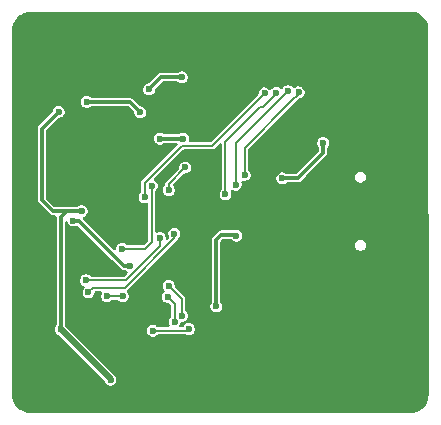
<source format=gbl>
G04 #@! TF.GenerationSoftware,KiCad,Pcbnew,9.0.1*
G04 #@! TF.CreationDate,2025-04-29T03:14:40+06:00*
G04 #@! TF.ProjectId,stm32f401,73746d33-3266-4343-9031-2e6b69636164,rev?*
G04 #@! TF.SameCoordinates,Original*
G04 #@! TF.FileFunction,Copper,L2,Bot*
G04 #@! TF.FilePolarity,Positive*
%FSLAX46Y46*%
G04 Gerber Fmt 4.6, Leading zero omitted, Abs format (unit mm)*
G04 Created by KiCad (PCBNEW 9.0.1) date 2025-04-29 03:14:40*
%MOMM*%
%LPD*%
G01*
G04 APERTURE LIST*
G04 #@! TA.AperFunction,HeatsinkPad*
%ADD10O,1.800000X1.000000*%
G04 #@! TD*
G04 #@! TA.AperFunction,HeatsinkPad*
%ADD11O,2.100000X1.000000*%
G04 #@! TD*
G04 #@! TA.AperFunction,ComponentPad*
%ADD12C,0.800000*%
G04 #@! TD*
G04 #@! TA.AperFunction,ComponentPad*
%ADD13C,5.000000*%
G04 #@! TD*
G04 #@! TA.AperFunction,ViaPad*
%ADD14C,0.600000*%
G04 #@! TD*
G04 #@! TA.AperFunction,Conductor*
%ADD15C,0.300000*%
G04 #@! TD*
G04 #@! TA.AperFunction,Conductor*
%ADD16C,0.200000*%
G04 #@! TD*
G04 #@! TA.AperFunction,Conductor*
%ADD17C,0.500000*%
G04 #@! TD*
G04 APERTURE END LIST*
D10*
G04 #@! TO.P,J1,S1,SHIELD*
G04 #@! TO.N,GND*
X73645000Y-63050000D03*
D11*
X69465000Y-63050000D03*
D10*
X73645000Y-71690000D03*
D11*
X69465000Y-71690000D03*
G04 #@! TD*
D12*
G04 #@! TO.P,H4,1,1*
G04 #@! TO.N,GND*
X43340000Y-79615000D03*
X44665825Y-80164175D03*
X42014175Y-80164175D03*
X45215000Y-81490000D03*
D13*
X43340000Y-81490000D03*
D12*
X41465000Y-81490000D03*
X44665825Y-82815825D03*
X42014175Y-82815825D03*
X43340000Y-83365000D03*
G04 #@! TD*
G04 #@! TO.P,H3,1,1*
G04 #@! TO.N,GND*
X72820000Y-83285000D03*
X71494175Y-82735825D03*
X74145825Y-82735825D03*
X70945000Y-81410000D03*
D13*
X72820000Y-81410000D03*
D12*
X74695000Y-81410000D03*
X71494175Y-80084175D03*
X74145825Y-80084175D03*
X72820000Y-79535000D03*
G04 #@! TD*
G04 #@! TO.P,H2,1,1*
G04 #@! TO.N,GND*
X43410000Y-55295000D03*
X42084175Y-54745825D03*
X44735825Y-54745825D03*
X41535000Y-53420000D03*
D13*
X43410000Y-53420000D03*
D12*
X45285000Y-53420000D03*
X42084175Y-52094175D03*
X44735825Y-52094175D03*
X43410000Y-51545000D03*
G04 #@! TD*
G04 #@! TO.P,H1,1,1*
G04 #@! TO.N,GND*
X74635000Y-53470000D03*
X74085825Y-54795825D03*
X74085825Y-52144175D03*
X72760000Y-55345000D03*
D13*
X72760000Y-53470000D03*
D12*
X72760000Y-51595000D03*
X71434175Y-54795825D03*
X71434175Y-52144175D03*
X70885000Y-53470000D03*
G04 #@! TD*
D14*
G04 #@! TO.N,GND*
X66580000Y-82300000D03*
X65670000Y-82940000D03*
X64430000Y-83400000D03*
X52330000Y-73420000D03*
X65830000Y-57470000D03*
G04 #@! TO.N,+3V3*
X63370000Y-64590000D03*
X66820000Y-61580000D03*
G04 #@! TO.N,GND*
X67820000Y-70580000D03*
G04 #@! TO.N,T3C1*
X64750000Y-57310000D03*
X60180000Y-64310000D03*
G04 #@! TO.N,T3C2*
X63830000Y-57210000D03*
X59430000Y-65130000D03*
G04 #@! TO.N,T3C3*
X62850000Y-57340000D03*
X58550000Y-65940000D03*
G04 #@! TO.N,T3C4*
X61860000Y-57400000D03*
X51705332Y-66180553D03*
G04 #@! TO.N,+3V3*
X46810000Y-58120000D03*
X51330000Y-59000000D03*
X44430000Y-58970000D03*
X46380000Y-67370000D03*
G04 #@! TO.N,NRST*
X49860000Y-74580000D03*
X48530000Y-74560000D03*
G04 #@! TO.N,GND*
X47650000Y-74950000D03*
G04 #@! TO.N,+3V3*
X44600000Y-77390000D03*
X48820000Y-81640000D03*
G04 #@! TO.N,SWDIO*
X54214265Y-69264265D03*
X46950000Y-74230000D03*
G04 #@! TO.N,SWCLK*
X53000000Y-69630000D03*
X46750000Y-73220000D03*
G04 #@! TO.N,GND*
X43600000Y-72070000D03*
G04 #@! TO.N,NRST*
X52310000Y-65220000D03*
X49810000Y-70540000D03*
G04 #@! TO.N,SWO*
X55140000Y-63670000D03*
X53760000Y-65590000D03*
G04 #@! TO.N,UART2_RX*
X45679235Y-68169254D03*
X50450000Y-72020000D03*
G04 #@! TO.N,I2C1_SDA*
X53000000Y-61230000D03*
X54960000Y-61230000D03*
G04 #@! TO.N,+3V3*
X59470000Y-69450000D03*
X57770000Y-75440000D03*
G04 #@! TO.N,GND*
X49190000Y-58890000D03*
X53490000Y-56960000D03*
X53060000Y-57410000D03*
X65680000Y-62520000D03*
X65415000Y-68385000D03*
X61520000Y-74130000D03*
X62560000Y-71220000D03*
X61040000Y-72820000D03*
X54670000Y-82580000D03*
X53690000Y-82560000D03*
G04 #@! TO.N,INT1*
X55460000Y-77350000D03*
X52400000Y-77490000D03*
G04 #@! TO.N,CS*
X53755735Y-73705735D03*
X54860000Y-76230000D03*
G04 #@! TO.N,SCLK*
X53680000Y-74630000D03*
X54240000Y-76735568D03*
G04 #@! TO.N,GND*
X47900000Y-65420000D03*
X44150000Y-65800000D03*
X46750000Y-60430000D03*
G04 #@! TO.N,I2C1_SCL*
X54860000Y-56040000D03*
X52080000Y-57050000D03*
G04 #@! TD*
D15*
G04 #@! TO.N,+3V3*
X66820000Y-61580000D02*
X66820000Y-62440000D01*
X66820000Y-62440000D02*
X64670000Y-64590000D01*
X64670000Y-64590000D02*
X63370000Y-64590000D01*
D16*
G04 #@! TO.N,T3C1*
X60180000Y-64310000D02*
X60180000Y-62000000D01*
X60180000Y-62000000D02*
X64120000Y-58060000D01*
X64120000Y-58060000D02*
X64750000Y-57430000D01*
X64750000Y-57430000D02*
X64750000Y-57310000D01*
G04 #@! TO.N,T3C2*
X61860000Y-59180000D02*
X63830000Y-57210000D01*
X59430000Y-61610000D02*
X61860000Y-59180000D01*
X59430000Y-65130000D02*
X59430000Y-61610000D01*
G04 #@! TO.N,T3C3*
X62850000Y-57340000D02*
X62850000Y-57490000D01*
X62850000Y-57490000D02*
X61770000Y-58570000D01*
X61770000Y-58570000D02*
X61490000Y-58570000D01*
X61490000Y-58570000D02*
X58550000Y-61510000D01*
X58550000Y-61510000D02*
X58550000Y-65940000D01*
G04 #@! TO.N,T3C4*
X57429000Y-61831000D02*
X61860000Y-57400000D01*
X51705332Y-66180553D02*
X51705332Y-64974725D01*
X51705332Y-64974725D02*
X54849057Y-61831000D01*
X54849057Y-61831000D02*
X57429000Y-61831000D01*
D15*
G04 #@! TO.N,+3V3*
X50450000Y-58120000D02*
X46810000Y-58120000D01*
X51330000Y-59000000D02*
X50450000Y-58120000D01*
X44430000Y-58970000D02*
X43000000Y-60400000D01*
X43000000Y-60400000D02*
X43000000Y-66410000D01*
X43000000Y-66410000D02*
X43960000Y-67370000D01*
X43960000Y-67370000D02*
X46380000Y-67370000D01*
X46380000Y-67370000D02*
X45100000Y-67370000D01*
X45100000Y-67370000D02*
X44600000Y-67870000D01*
X44600000Y-67870000D02*
X44600000Y-77390000D01*
D16*
G04 #@! TO.N,NRST*
X49840000Y-74560000D02*
X49860000Y-74580000D01*
X48530000Y-74560000D02*
X49840000Y-74560000D01*
D17*
G04 #@! TO.N,+3V3*
X48820000Y-81610000D02*
X44600000Y-77390000D01*
D15*
X48820000Y-81640000D02*
X48820000Y-81610000D01*
D16*
G04 #@! TO.N,SWDIO*
X54214265Y-69672778D02*
X54214265Y-69264265D01*
X50047043Y-73840000D02*
X54214265Y-69672778D01*
X47340000Y-73840000D02*
X50047043Y-73840000D01*
X46950000Y-74230000D02*
X47340000Y-73840000D01*
G04 #@! TO.N,SWCLK*
X46750000Y-73220000D02*
X50099943Y-73220000D01*
X50099943Y-73220000D02*
X53000000Y-70319943D01*
X53000000Y-70319943D02*
X53000000Y-69630000D01*
G04 #@! TO.N,NRST*
X52310000Y-65220000D02*
X52310000Y-70010000D01*
X52310000Y-70010000D02*
X51780000Y-70540000D01*
X51780000Y-70540000D02*
X49810000Y-70540000D01*
G04 #@! TO.N,SWO*
X53760000Y-65050000D02*
X53760000Y-65590000D01*
X53760000Y-65050000D02*
X55140000Y-63670000D01*
D15*
G04 #@! TO.N,UART2_RX*
X48280000Y-70330000D02*
X49970000Y-72020000D01*
X45679235Y-68169254D02*
X46119254Y-68169254D01*
X49970000Y-72020000D02*
X50450000Y-72020000D01*
X46119254Y-68169254D02*
X48280000Y-70330000D01*
G04 #@! TO.N,I2C1_SDA*
X54960000Y-61230000D02*
X53000000Y-61230000D01*
G04 #@! TO.N,+3V3*
X58190000Y-69360000D02*
X57880000Y-69670000D01*
X59470000Y-69450000D02*
X59380000Y-69360000D01*
X59380000Y-69360000D02*
X58440000Y-69360000D01*
X58440000Y-69360000D02*
X58190000Y-69360000D01*
X57880000Y-69670000D02*
X57770000Y-69780000D01*
X57770000Y-69780000D02*
X57770000Y-75440000D01*
D16*
G04 #@! TO.N,INT1*
X55320000Y-77490000D02*
X55460000Y-77350000D01*
X52400000Y-77490000D02*
X55320000Y-77490000D01*
G04 #@! TO.N,SCLK*
X54240000Y-76735568D02*
X54250000Y-76725568D01*
X54250000Y-75200000D02*
X53680000Y-74630000D01*
X54250000Y-76725568D02*
X54250000Y-75200000D01*
G04 #@! TO.N,CS*
X54860000Y-76230000D02*
X54860000Y-74810000D01*
X54860000Y-74810000D02*
X53755735Y-73705735D01*
D15*
G04 #@! TO.N,I2C1_SCL*
X54980000Y-56040000D02*
X53090000Y-56040000D01*
X53090000Y-56040000D02*
X52080000Y-57050000D01*
G04 #@! TD*
G04 #@! TA.AperFunction,Conductor*
G04 #@! TO.N,GND*
G36*
X74161829Y-50483693D02*
G01*
X74161835Y-50483654D01*
X74169891Y-50484713D01*
X74169897Y-50484715D01*
X74231363Y-50484714D01*
X74240208Y-50485029D01*
X74440350Y-50499342D01*
X74457853Y-50501859D01*
X74649585Y-50543567D01*
X74666550Y-50548548D01*
X74850407Y-50617123D01*
X74866479Y-50624463D01*
X75038706Y-50718505D01*
X75053575Y-50728061D01*
X75210654Y-50845648D01*
X75224025Y-50857234D01*
X75362765Y-50995974D01*
X75374351Y-51009345D01*
X75491933Y-51166417D01*
X75501496Y-51181297D01*
X75510122Y-51197095D01*
X75595531Y-51353509D01*
X75602879Y-51369599D01*
X75608769Y-51385390D01*
X75671449Y-51553444D01*
X75676433Y-51570419D01*
X75718139Y-51762141D01*
X75720657Y-51779654D01*
X75734969Y-51979790D01*
X75735285Y-51988592D01*
X75735285Y-51991188D01*
X75735285Y-52050103D01*
X75735306Y-52050183D01*
X75735309Y-52058290D01*
X75735309Y-52058293D01*
X75745282Y-82965971D01*
X75744966Y-82974857D01*
X75730655Y-83174955D01*
X75728137Y-83192467D01*
X75686430Y-83384189D01*
X75681446Y-83401164D01*
X75612879Y-83585000D01*
X75605529Y-83601095D01*
X75511494Y-83773304D01*
X75501929Y-83788186D01*
X75384347Y-83945257D01*
X75372761Y-83958629D01*
X75234017Y-84097372D01*
X75220646Y-84108957D01*
X75063575Y-84226538D01*
X75048696Y-84236100D01*
X74895521Y-84319740D01*
X74876489Y-84330132D01*
X74860396Y-84337481D01*
X74676552Y-84406050D01*
X74659577Y-84411034D01*
X74467858Y-84452739D01*
X74450345Y-84455257D01*
X74250018Y-84469583D01*
X74241133Y-84469899D01*
X42074003Y-84459523D01*
X42073638Y-84459500D01*
X42065892Y-84459500D01*
X42004428Y-84459500D01*
X41995582Y-84459184D01*
X41973622Y-84457613D01*
X41795442Y-84444869D01*
X41777931Y-84442351D01*
X41586212Y-84400646D01*
X41569236Y-84395662D01*
X41385390Y-84327090D01*
X41369298Y-84319740D01*
X41197095Y-84225711D01*
X41182210Y-84216146D01*
X41025132Y-84098558D01*
X41011762Y-84086972D01*
X40873027Y-83948237D01*
X40861441Y-83934867D01*
X40743849Y-83777784D01*
X40734288Y-83762904D01*
X40640259Y-83590701D01*
X40632909Y-83574609D01*
X40564334Y-83390755D01*
X40559355Y-83373797D01*
X40517647Y-83182063D01*
X40515130Y-83164556D01*
X40500816Y-82964418D01*
X40500500Y-82955572D01*
X40500500Y-60353856D01*
X42649500Y-60353856D01*
X42649500Y-66456144D01*
X42663172Y-66507167D01*
X42663171Y-66507167D01*
X42663172Y-66507169D01*
X42673384Y-66545284D01*
X42673385Y-66545286D01*
X42719527Y-66625208D01*
X42719529Y-66625211D01*
X42719530Y-66625212D01*
X43744788Y-67650470D01*
X43824712Y-67696614D01*
X43913856Y-67720500D01*
X44125500Y-67720500D01*
X44192539Y-67740185D01*
X44238294Y-67792989D01*
X44249500Y-67844500D01*
X44249500Y-76981324D01*
X44229815Y-77048363D01*
X44213181Y-77069005D01*
X44199502Y-77082683D01*
X44199500Y-77082686D01*
X44133608Y-77196812D01*
X44099500Y-77324108D01*
X44099500Y-77455891D01*
X44133608Y-77583187D01*
X44166554Y-77640250D01*
X44199500Y-77697314D01*
X44292686Y-77790500D01*
X44406814Y-77856392D01*
X44406816Y-77856392D01*
X44414326Y-77859504D01*
X44413771Y-77860841D01*
X44461010Y-77888113D01*
X48310906Y-81738009D01*
X48342999Y-81793595D01*
X48353607Y-81833185D01*
X48381456Y-81881421D01*
X48419500Y-81947314D01*
X48512686Y-82040500D01*
X48626814Y-82106392D01*
X48754108Y-82140500D01*
X48754110Y-82140500D01*
X48885890Y-82140500D01*
X48885892Y-82140500D01*
X49013186Y-82106392D01*
X49127314Y-82040500D01*
X49220500Y-81947314D01*
X49286392Y-81833186D01*
X49320500Y-81705892D01*
X49320500Y-81574108D01*
X49286392Y-81446814D01*
X49220500Y-81332686D01*
X49127314Y-81239500D01*
X49045127Y-81192049D01*
X49019446Y-81172343D01*
X45271211Y-77424108D01*
X51899500Y-77424108D01*
X51899500Y-77555891D01*
X51933608Y-77683187D01*
X51941766Y-77697316D01*
X51999500Y-77797314D01*
X52092686Y-77890500D01*
X52206814Y-77956392D01*
X52334108Y-77990500D01*
X52334110Y-77990500D01*
X52465890Y-77990500D01*
X52465892Y-77990500D01*
X52593186Y-77956392D01*
X52707314Y-77890500D01*
X52770995Y-77826819D01*
X52832318Y-77793334D01*
X52858676Y-77790500D01*
X55188742Y-77790500D01*
X55250744Y-77807114D01*
X55266811Y-77816391D01*
X55266813Y-77816391D01*
X55266814Y-77816392D01*
X55394108Y-77850500D01*
X55394110Y-77850500D01*
X55525890Y-77850500D01*
X55525892Y-77850500D01*
X55653186Y-77816392D01*
X55767314Y-77750500D01*
X55860500Y-77657314D01*
X55926392Y-77543186D01*
X55960500Y-77415892D01*
X55960500Y-77284108D01*
X55926392Y-77156814D01*
X55924294Y-77153181D01*
X55909468Y-77127501D01*
X55860500Y-77042686D01*
X55767314Y-76949500D01*
X55710250Y-76916554D01*
X55653187Y-76883608D01*
X55589539Y-76866554D01*
X55525892Y-76849500D01*
X55394108Y-76849500D01*
X55266812Y-76883608D01*
X55152686Y-76949500D01*
X55152683Y-76949502D01*
X55059502Y-77042683D01*
X55059500Y-77042686D01*
X55042923Y-77071399D01*
X55010532Y-77127501D01*
X55001844Y-77135784D01*
X54996858Y-77146703D01*
X54977027Y-77159447D01*
X54959965Y-77175716D01*
X54946708Y-77178931D01*
X54938080Y-77184477D01*
X54903145Y-77189500D01*
X54770624Y-77189500D01*
X54703585Y-77169815D01*
X54657830Y-77117011D01*
X54647886Y-77047853D01*
X54663235Y-77003502D01*
X54706392Y-76928754D01*
X54734887Y-76822406D01*
X54771252Y-76762746D01*
X54834099Y-76732217D01*
X54854662Y-76730500D01*
X54925890Y-76730500D01*
X54925892Y-76730500D01*
X55053186Y-76696392D01*
X55167314Y-76630500D01*
X55260500Y-76537314D01*
X55326392Y-76423186D01*
X55360500Y-76295892D01*
X55360500Y-76164108D01*
X55326392Y-76036814D01*
X55260500Y-75922686D01*
X55196818Y-75859004D01*
X55163334Y-75797680D01*
X55160500Y-75771323D01*
X55160500Y-75374108D01*
X57269500Y-75374108D01*
X57269500Y-75505891D01*
X57303608Y-75633187D01*
X57336554Y-75690250D01*
X57369500Y-75747314D01*
X57462686Y-75840500D01*
X57576814Y-75906392D01*
X57704108Y-75940500D01*
X57704110Y-75940500D01*
X57835890Y-75940500D01*
X57835892Y-75940500D01*
X57963186Y-75906392D01*
X58077314Y-75840500D01*
X58170500Y-75747314D01*
X58236392Y-75633186D01*
X58270500Y-75505892D01*
X58270500Y-75374108D01*
X58236392Y-75246814D01*
X58170500Y-75132686D01*
X58156819Y-75119005D01*
X58123334Y-75057682D01*
X58120500Y-75031324D01*
X58120500Y-70197399D01*
X69489500Y-70197399D01*
X69489500Y-70322601D01*
X69521905Y-70443536D01*
X69584505Y-70551964D01*
X69673036Y-70640495D01*
X69781464Y-70703095D01*
X69902399Y-70735500D01*
X69902401Y-70735500D01*
X70027599Y-70735500D01*
X70027601Y-70735500D01*
X70148536Y-70703095D01*
X70256964Y-70640495D01*
X70345495Y-70551964D01*
X70408095Y-70443536D01*
X70440500Y-70322601D01*
X70440500Y-70197399D01*
X70408095Y-70076464D01*
X70345495Y-69968036D01*
X70256964Y-69879505D01*
X70148536Y-69816905D01*
X70148537Y-69816905D01*
X70108224Y-69806103D01*
X70027601Y-69784500D01*
X69902399Y-69784500D01*
X69821775Y-69806103D01*
X69781463Y-69816905D01*
X69673037Y-69879504D01*
X69673034Y-69879506D01*
X69584506Y-69968034D01*
X69584504Y-69968037D01*
X69521905Y-70076463D01*
X69521905Y-70076464D01*
X69489500Y-70197399D01*
X58120500Y-70197399D01*
X58120500Y-69976544D01*
X58140185Y-69909505D01*
X58156819Y-69888863D01*
X58298863Y-69746819D01*
X58360186Y-69713334D01*
X58386544Y-69710500D01*
X58393856Y-69710500D01*
X58972429Y-69710500D01*
X59039468Y-69730185D01*
X59063253Y-69752066D01*
X59063753Y-69751567D01*
X59069499Y-69757313D01*
X59069500Y-69757314D01*
X59162686Y-69850500D01*
X59276814Y-69916392D01*
X59404108Y-69950500D01*
X59404110Y-69950500D01*
X59535890Y-69950500D01*
X59535892Y-69950500D01*
X59663186Y-69916392D01*
X59777314Y-69850500D01*
X59870500Y-69757314D01*
X59936392Y-69643186D01*
X59970500Y-69515892D01*
X59970500Y-69384108D01*
X59936392Y-69256814D01*
X59870500Y-69142686D01*
X59777314Y-69049500D01*
X59708032Y-69009500D01*
X59663187Y-68983608D01*
X59599539Y-68966554D01*
X59535892Y-68949500D01*
X59404108Y-68949500D01*
X59276811Y-68983608D01*
X59260744Y-68992886D01*
X59198742Y-69009500D01*
X58143856Y-69009500D01*
X58054712Y-69033386D01*
X58054709Y-69033387D01*
X57974791Y-69079527D01*
X57974786Y-69079531D01*
X57489531Y-69564786D01*
X57489529Y-69564789D01*
X57460677Y-69614764D01*
X57460675Y-69614767D01*
X57443386Y-69644709D01*
X57419500Y-69733856D01*
X57419500Y-75031324D01*
X57399815Y-75098363D01*
X57383181Y-75119005D01*
X57369502Y-75132683D01*
X57369500Y-75132686D01*
X57303608Y-75246812D01*
X57269500Y-75374108D01*
X55160500Y-75374108D01*
X55160500Y-74770438D01*
X55155877Y-74753187D01*
X55155876Y-74753182D01*
X55152527Y-74740683D01*
X55140022Y-74694012D01*
X55100460Y-74625489D01*
X54292554Y-73817583D01*
X54259069Y-73756260D01*
X54256235Y-73729902D01*
X54256235Y-73639845D01*
X54256235Y-73639843D01*
X54222127Y-73512549D01*
X54156235Y-73398421D01*
X54063049Y-73305235D01*
X54005985Y-73272289D01*
X53948922Y-73239343D01*
X53885274Y-73222289D01*
X53821627Y-73205235D01*
X53689843Y-73205235D01*
X53562547Y-73239343D01*
X53448421Y-73305235D01*
X53448418Y-73305237D01*
X53355237Y-73398418D01*
X53355235Y-73398421D01*
X53289343Y-73512547D01*
X53276634Y-73559979D01*
X53255235Y-73639843D01*
X53255235Y-73771627D01*
X53267549Y-73817583D01*
X53289343Y-73898922D01*
X53322289Y-73955985D01*
X53355235Y-74013049D01*
X53355237Y-74013051D01*
X53385304Y-74043118D01*
X53418789Y-74104441D01*
X53413805Y-74174133D01*
X53377678Y-74222998D01*
X53378433Y-74223753D01*
X53373399Y-74228786D01*
X53373116Y-74229170D01*
X53372686Y-74229499D01*
X53279502Y-74322683D01*
X53279500Y-74322686D01*
X53213608Y-74436812D01*
X53179500Y-74564108D01*
X53179500Y-74695892D01*
X53188773Y-74730499D01*
X53213608Y-74823187D01*
X53246516Y-74880185D01*
X53279500Y-74937314D01*
X53372686Y-75030500D01*
X53486814Y-75096392D01*
X53614108Y-75130500D01*
X53614110Y-75130500D01*
X53704167Y-75130500D01*
X53733607Y-75139144D01*
X53763594Y-75145668D01*
X53768609Y-75149422D01*
X53771206Y-75150185D01*
X53791848Y-75166819D01*
X53913181Y-75288152D01*
X53946666Y-75349475D01*
X53949500Y-75375833D01*
X53949500Y-76266891D01*
X53929815Y-76333930D01*
X53913182Y-76354572D01*
X53839500Y-76428254D01*
X53773608Y-76542380D01*
X53749998Y-76630497D01*
X53739500Y-76669676D01*
X53739500Y-76801460D01*
X53773608Y-76928754D01*
X53816763Y-77003501D01*
X53833236Y-77071399D01*
X53810384Y-77137426D01*
X53755463Y-77180617D01*
X53709376Y-77189500D01*
X52858676Y-77189500D01*
X52791637Y-77169815D01*
X52770995Y-77153181D01*
X52707316Y-77089502D01*
X52707314Y-77089500D01*
X52636063Y-77048363D01*
X52593187Y-77023608D01*
X52518137Y-77003499D01*
X52465892Y-76989500D01*
X52334108Y-76989500D01*
X52206812Y-77023608D01*
X52092686Y-77089500D01*
X52092683Y-77089502D01*
X51999502Y-77182683D01*
X51999500Y-77182686D01*
X51933608Y-77296812D01*
X51899500Y-77424108D01*
X45271211Y-77424108D01*
X45098113Y-77251010D01*
X45080005Y-77228018D01*
X45070656Y-77212729D01*
X45066392Y-77196814D01*
X45000500Y-77082686D01*
X44976398Y-77058584D01*
X44968711Y-77046013D01*
X44963299Y-77025932D01*
X44953334Y-77007682D01*
X44950500Y-76981324D01*
X44950500Y-68325234D01*
X44970185Y-68258195D01*
X45022989Y-68212440D01*
X45092147Y-68202496D01*
X45155703Y-68231521D01*
X45193477Y-68290299D01*
X45194275Y-68293141D01*
X45212843Y-68362441D01*
X45245789Y-68419504D01*
X45278735Y-68476568D01*
X45371921Y-68569754D01*
X45486049Y-68635646D01*
X45613343Y-68669754D01*
X45613345Y-68669754D01*
X45745125Y-68669754D01*
X45745127Y-68669754D01*
X45872421Y-68635646D01*
X45927936Y-68603593D01*
X45995837Y-68587121D01*
X46061864Y-68609973D01*
X46077618Y-68623300D01*
X47995189Y-70540870D01*
X47995210Y-70540893D01*
X48973818Y-71519500D01*
X49754788Y-72300470D01*
X49834712Y-72346614D01*
X49923856Y-72370500D01*
X50041324Y-72370500D01*
X50108363Y-72390185D01*
X50110662Y-72391698D01*
X50120560Y-72398374D01*
X50142686Y-72420500D01*
X50216832Y-72463308D01*
X50220418Y-72465727D01*
X50240052Y-72489429D01*
X50261296Y-72511709D01*
X50262141Y-72516095D01*
X50264990Y-72519534D01*
X50268692Y-72550085D01*
X50274519Y-72580316D01*
X50272858Y-72584463D01*
X50273396Y-72588896D01*
X50259994Y-72616596D01*
X50248551Y-72645181D01*
X50243307Y-72651087D01*
X50242967Y-72651792D01*
X50242344Y-72652172D01*
X50238761Y-72656210D01*
X50011791Y-72883181D01*
X49950468Y-72916666D01*
X49924110Y-72919500D01*
X47208676Y-72919500D01*
X47141637Y-72899815D01*
X47120995Y-72883181D01*
X47057316Y-72819502D01*
X47057314Y-72819500D01*
X47000250Y-72786554D01*
X46943187Y-72753608D01*
X46879539Y-72736554D01*
X46815892Y-72719500D01*
X46684108Y-72719500D01*
X46556812Y-72753608D01*
X46442686Y-72819500D01*
X46442683Y-72819502D01*
X46349502Y-72912683D01*
X46349500Y-72912686D01*
X46283608Y-73026812D01*
X46249500Y-73154108D01*
X46249500Y-73285892D01*
X46266554Y-73349539D01*
X46283608Y-73413187D01*
X46316554Y-73470250D01*
X46349500Y-73527314D01*
X46442686Y-73620500D01*
X46529256Y-73670481D01*
X46562032Y-73689405D01*
X46610247Y-73739973D01*
X46623469Y-73808580D01*
X46597501Y-73873444D01*
X46587713Y-73884472D01*
X46549503Y-73922682D01*
X46549500Y-73922686D01*
X46483608Y-74036812D01*
X46465007Y-74106235D01*
X46449500Y-74164108D01*
X46449500Y-74295892D01*
X46457702Y-74326501D01*
X46483608Y-74423187D01*
X46491475Y-74436812D01*
X46549500Y-74537314D01*
X46642686Y-74630500D01*
X46756814Y-74696392D01*
X46884108Y-74730500D01*
X46884110Y-74730500D01*
X47015890Y-74730500D01*
X47015892Y-74730500D01*
X47143186Y-74696392D01*
X47257314Y-74630500D01*
X47350500Y-74537314D01*
X47416392Y-74423186D01*
X47450500Y-74295892D01*
X47450500Y-74264500D01*
X47470185Y-74197461D01*
X47522989Y-74151706D01*
X47574500Y-74140500D01*
X47979496Y-74140500D01*
X48046535Y-74160185D01*
X48092290Y-74212989D01*
X48102234Y-74282147D01*
X48086883Y-74326501D01*
X48063608Y-74366812D01*
X48029500Y-74494108D01*
X48029500Y-74625892D01*
X48034859Y-74645891D01*
X48063608Y-74753187D01*
X48096554Y-74810250D01*
X48129500Y-74867314D01*
X48222686Y-74960500D01*
X48336814Y-75026392D01*
X48464108Y-75060500D01*
X48464110Y-75060500D01*
X48595890Y-75060500D01*
X48595892Y-75060500D01*
X48723186Y-75026392D01*
X48837314Y-74960500D01*
X48900995Y-74896819D01*
X48962318Y-74863334D01*
X48988676Y-74860500D01*
X49381324Y-74860500D01*
X49448363Y-74880185D01*
X49469005Y-74896819D01*
X49552686Y-74980500D01*
X49666814Y-75046392D01*
X49794108Y-75080500D01*
X49794110Y-75080500D01*
X49925890Y-75080500D01*
X49925892Y-75080500D01*
X50053186Y-75046392D01*
X50167314Y-74980500D01*
X50260500Y-74887314D01*
X50326392Y-74773186D01*
X50360500Y-74645892D01*
X50360500Y-74514108D01*
X50326392Y-74386814D01*
X50260500Y-74272686D01*
X50237595Y-74249781D01*
X50204110Y-74188458D01*
X50209094Y-74118766D01*
X50237595Y-74074419D01*
X52011546Y-72300468D01*
X54454725Y-69857289D01*
X54468074Y-69834167D01*
X54472706Y-69826145D01*
X54479899Y-69813685D01*
X54494286Y-69788767D01*
X54514765Y-69712340D01*
X54514765Y-69712337D01*
X54515451Y-69707129D01*
X54543718Y-69643232D01*
X54550686Y-69635657D01*
X54614765Y-69571579D01*
X54680657Y-69457451D01*
X54714765Y-69330157D01*
X54714765Y-69198373D01*
X54680657Y-69071079D01*
X54614765Y-68956951D01*
X54521579Y-68863765D01*
X54464515Y-68830819D01*
X54407452Y-68797873D01*
X54343804Y-68780819D01*
X54280157Y-68763765D01*
X54148373Y-68763765D01*
X54021077Y-68797873D01*
X53906951Y-68863765D01*
X53906948Y-68863767D01*
X53813767Y-68956948D01*
X53813765Y-68956951D01*
X53747873Y-69071077D01*
X53717071Y-69186035D01*
X53713765Y-69198373D01*
X53713765Y-69330157D01*
X53747873Y-69457451D01*
X53794275Y-69537822D01*
X53800841Y-69564884D01*
X53810572Y-69590974D01*
X53808963Y-69598366D01*
X53810748Y-69605720D01*
X53801640Y-69632035D01*
X53795721Y-69659247D01*
X53789213Y-69667940D01*
X53787896Y-69671747D01*
X53774570Y-69687502D01*
X53712179Y-69749892D01*
X53650859Y-69783376D01*
X53581167Y-69778392D01*
X53525233Y-69736521D01*
X53500816Y-69671057D01*
X53500500Y-69662210D01*
X53500500Y-69564110D01*
X53500500Y-69564108D01*
X53466392Y-69436814D01*
X53400500Y-69322686D01*
X53307314Y-69229500D01*
X53232031Y-69186035D01*
X53193187Y-69163608D01*
X53115092Y-69142683D01*
X53065892Y-69129500D01*
X52934108Y-69129500D01*
X52806812Y-69163608D01*
X52796499Y-69169563D01*
X52728599Y-69186035D01*
X52662572Y-69163182D01*
X52619382Y-69108260D01*
X52610500Y-69062175D01*
X52610500Y-65678676D01*
X52616998Y-65656545D01*
X52618996Y-65633568D01*
X52627620Y-65620371D01*
X52630185Y-65611637D01*
X52636383Y-65602854D01*
X52641222Y-65596591D01*
X52710500Y-65527314D01*
X52712351Y-65524108D01*
X53259500Y-65524108D01*
X53259500Y-65655891D01*
X53293608Y-65783187D01*
X53308833Y-65809557D01*
X53359500Y-65897314D01*
X53452686Y-65990500D01*
X53566814Y-66056392D01*
X53694108Y-66090500D01*
X53694110Y-66090500D01*
X53825890Y-66090500D01*
X53825892Y-66090500D01*
X53953186Y-66056392D01*
X54067314Y-65990500D01*
X54160500Y-65897314D01*
X54226392Y-65783186D01*
X54260500Y-65655892D01*
X54260500Y-65524108D01*
X54226392Y-65396814D01*
X54160500Y-65282686D01*
X54144073Y-65266259D01*
X54110588Y-65204936D01*
X54115572Y-65135244D01*
X54144071Y-65090899D01*
X55028151Y-64206818D01*
X55089474Y-64173334D01*
X55115832Y-64170500D01*
X55205890Y-64170500D01*
X55205892Y-64170500D01*
X55333186Y-64136392D01*
X55447314Y-64070500D01*
X55540500Y-63977314D01*
X55606392Y-63863186D01*
X55640500Y-63735892D01*
X55640500Y-63604108D01*
X55606392Y-63476814D01*
X55540500Y-63362686D01*
X55447314Y-63269500D01*
X55390250Y-63236554D01*
X55333187Y-63203608D01*
X55269539Y-63186554D01*
X55205892Y-63169500D01*
X55074108Y-63169500D01*
X54946812Y-63203608D01*
X54832686Y-63269500D01*
X54832683Y-63269502D01*
X54739502Y-63362683D01*
X54739500Y-63362686D01*
X54673608Y-63476812D01*
X54639500Y-63604108D01*
X54639500Y-63694166D01*
X54619815Y-63761205D01*
X54603181Y-63781847D01*
X53575489Y-64809540D01*
X53519541Y-64865487D01*
X53519535Y-64865495D01*
X53479982Y-64934004D01*
X53479979Y-64934009D01*
X53476944Y-64945336D01*
X53464843Y-64990500D01*
X53459500Y-65010439D01*
X53459500Y-65131323D01*
X53439815Y-65198362D01*
X53423182Y-65219004D01*
X53359500Y-65282686D01*
X53293608Y-65396812D01*
X53259500Y-65524108D01*
X52712351Y-65524108D01*
X52776392Y-65413186D01*
X52810500Y-65285892D01*
X52810500Y-65154108D01*
X52776392Y-65026814D01*
X52710500Y-64912686D01*
X52617314Y-64819500D01*
X52617312Y-64819499D01*
X52617310Y-64819497D01*
X52546919Y-64778857D01*
X52498703Y-64728290D01*
X52485481Y-64659683D01*
X52511449Y-64594818D01*
X52521238Y-64583789D01*
X54937209Y-62167819D01*
X54998532Y-62134334D01*
X55024890Y-62131500D01*
X57468560Y-62131500D01*
X57468562Y-62131500D01*
X57544989Y-62111021D01*
X57613511Y-62071460D01*
X57669460Y-62015511D01*
X58037819Y-61647150D01*
X58099142Y-61613666D01*
X58168833Y-61618650D01*
X58224767Y-61660521D01*
X58249184Y-61725986D01*
X58249500Y-61734832D01*
X58249500Y-65481323D01*
X58229815Y-65548362D01*
X58213182Y-65569004D01*
X58149500Y-65632686D01*
X58083608Y-65746812D01*
X58049500Y-65874108D01*
X58049500Y-66005891D01*
X58083608Y-66133187D01*
X58116554Y-66190250D01*
X58149500Y-66247314D01*
X58242686Y-66340500D01*
X58356814Y-66406392D01*
X58484108Y-66440500D01*
X58484110Y-66440500D01*
X58615890Y-66440500D01*
X58615892Y-66440500D01*
X58743186Y-66406392D01*
X58857314Y-66340500D01*
X58950500Y-66247314D01*
X59016392Y-66133186D01*
X59050500Y-66005892D01*
X59050500Y-65874108D01*
X59016392Y-65746814D01*
X59016389Y-65746808D01*
X59007300Y-65731065D01*
X58990826Y-65663165D01*
X59013678Y-65597138D01*
X59068599Y-65553947D01*
X59138152Y-65547305D01*
X59176684Y-65561675D01*
X59236814Y-65596392D01*
X59364108Y-65630500D01*
X59364110Y-65630500D01*
X59495890Y-65630500D01*
X59495892Y-65630500D01*
X59623186Y-65596392D01*
X59737314Y-65530500D01*
X59830500Y-65437314D01*
X59896392Y-65323186D01*
X59930500Y-65195892D01*
X59930500Y-65064108D01*
X59898674Y-64945331D01*
X59900337Y-64875486D01*
X59939499Y-64817623D01*
X60003727Y-64790119D01*
X60050538Y-64793466D01*
X60114108Y-64810500D01*
X60114111Y-64810500D01*
X60245890Y-64810500D01*
X60245892Y-64810500D01*
X60373186Y-64776392D01*
X60487314Y-64710500D01*
X60580500Y-64617314D01*
X60634313Y-64524108D01*
X62869500Y-64524108D01*
X62869500Y-64655891D01*
X62903608Y-64783187D01*
X62923490Y-64817623D01*
X62969500Y-64897314D01*
X63062686Y-64990500D01*
X63176814Y-65056392D01*
X63304108Y-65090500D01*
X63304110Y-65090500D01*
X63435890Y-65090500D01*
X63435892Y-65090500D01*
X63563186Y-65056392D01*
X63677314Y-64990500D01*
X63690995Y-64976819D01*
X63752318Y-64943334D01*
X63778676Y-64940500D01*
X64716142Y-64940500D01*
X64716144Y-64940500D01*
X64805288Y-64916614D01*
X64808451Y-64914788D01*
X64885212Y-64870470D01*
X65338283Y-64417399D01*
X69489500Y-64417399D01*
X69489500Y-64542601D01*
X69521905Y-64663536D01*
X69584505Y-64771964D01*
X69673036Y-64860495D01*
X69781464Y-64923095D01*
X69902399Y-64955500D01*
X69902401Y-64955500D01*
X70027599Y-64955500D01*
X70027601Y-64955500D01*
X70148536Y-64923095D01*
X70256964Y-64860495D01*
X70345495Y-64771964D01*
X70408095Y-64663536D01*
X70440500Y-64542601D01*
X70440500Y-64417399D01*
X70408095Y-64296464D01*
X70345495Y-64188036D01*
X70256964Y-64099505D01*
X70148536Y-64036905D01*
X70148537Y-64036905D01*
X70108224Y-64026103D01*
X70027601Y-64004500D01*
X69902399Y-64004500D01*
X69821775Y-64026103D01*
X69781463Y-64036905D01*
X69673037Y-64099504D01*
X69673034Y-64099506D01*
X69584506Y-64188034D01*
X69584504Y-64188037D01*
X69521905Y-64296463D01*
X69521905Y-64296464D01*
X69489500Y-64417399D01*
X65338283Y-64417399D01*
X67100470Y-62655212D01*
X67146614Y-62575288D01*
X67170500Y-62486144D01*
X67170500Y-61988676D01*
X67190185Y-61921637D01*
X67206819Y-61900995D01*
X67220500Y-61887314D01*
X67286392Y-61773186D01*
X67320500Y-61645892D01*
X67320500Y-61514108D01*
X67286392Y-61386814D01*
X67220500Y-61272686D01*
X67127314Y-61179500D01*
X67070250Y-61146554D01*
X67013187Y-61113608D01*
X66949539Y-61096554D01*
X66885892Y-61079500D01*
X66754108Y-61079500D01*
X66626812Y-61113608D01*
X66512686Y-61179500D01*
X66512683Y-61179502D01*
X66419502Y-61272683D01*
X66419500Y-61272686D01*
X66353608Y-61386812D01*
X66344000Y-61422671D01*
X66319500Y-61514108D01*
X66319500Y-61645892D01*
X66321402Y-61652989D01*
X66353608Y-61773187D01*
X66378032Y-61815489D01*
X66419500Y-61887314D01*
X66419502Y-61887316D01*
X66433181Y-61900995D01*
X66466666Y-61962318D01*
X66469500Y-61988676D01*
X66469500Y-62243456D01*
X66449815Y-62310495D01*
X66433181Y-62331137D01*
X64561137Y-64203181D01*
X64499814Y-64236666D01*
X64473456Y-64239500D01*
X63778676Y-64239500D01*
X63711637Y-64219815D01*
X63690995Y-64203181D01*
X63677316Y-64189502D01*
X63677314Y-64189500D01*
X63620250Y-64156554D01*
X63563187Y-64123608D01*
X63473235Y-64099506D01*
X63435892Y-64089500D01*
X63304108Y-64089500D01*
X63176812Y-64123608D01*
X63062686Y-64189500D01*
X63062683Y-64189502D01*
X62969502Y-64282683D01*
X62969500Y-64282686D01*
X62903608Y-64396812D01*
X62869500Y-64524108D01*
X60634313Y-64524108D01*
X60646392Y-64503186D01*
X60680500Y-64375892D01*
X60680500Y-64244108D01*
X60646392Y-64116814D01*
X60580500Y-64002686D01*
X60516818Y-63939004D01*
X60483334Y-63877680D01*
X60480500Y-63851323D01*
X60480500Y-62175833D01*
X60500185Y-62108794D01*
X60516819Y-62088152D01*
X64360460Y-58244511D01*
X64550863Y-58054108D01*
X64763138Y-57841832D01*
X64818720Y-57809742D01*
X64943186Y-57776392D01*
X65057314Y-57710500D01*
X65150500Y-57617314D01*
X65216392Y-57503186D01*
X65250500Y-57375892D01*
X65250500Y-57244108D01*
X65216392Y-57116814D01*
X65150500Y-57002686D01*
X65057314Y-56909500D01*
X64995147Y-56873608D01*
X64943187Y-56843608D01*
X64879539Y-56826554D01*
X64815892Y-56809500D01*
X64684108Y-56809500D01*
X64556812Y-56843608D01*
X64442686Y-56909500D01*
X64442682Y-56909503D01*
X64424925Y-56927260D01*
X64363602Y-56960744D01*
X64293910Y-56955758D01*
X64237977Y-56913885D01*
X64231147Y-56903530D01*
X64230502Y-56902689D01*
X64230500Y-56902686D01*
X64137314Y-56809500D01*
X64080250Y-56776554D01*
X64023187Y-56743608D01*
X63959539Y-56726554D01*
X63895892Y-56709500D01*
X63764108Y-56709500D01*
X63636812Y-56743608D01*
X63522686Y-56809500D01*
X63522683Y-56809502D01*
X63429502Y-56902683D01*
X63429498Y-56902689D01*
X63397196Y-56958636D01*
X63346628Y-57006851D01*
X63278021Y-57020072D01*
X63213157Y-56994103D01*
X63202129Y-56984315D01*
X63157316Y-56939502D01*
X63157314Y-56939500D01*
X63093556Y-56902689D01*
X63043187Y-56873608D01*
X62931223Y-56843608D01*
X62915892Y-56839500D01*
X62784108Y-56839500D01*
X62656812Y-56873608D01*
X62542686Y-56939500D01*
X62542683Y-56939502D01*
X62449502Y-57032683D01*
X62449497Y-57032689D01*
X62439158Y-57050598D01*
X62388590Y-57098813D01*
X62319982Y-57112034D01*
X62255118Y-57086065D01*
X62244091Y-57076277D01*
X62167316Y-56999502D01*
X62167314Y-56999500D01*
X62091551Y-56955758D01*
X62053187Y-56933608D01*
X61963220Y-56909502D01*
X61925892Y-56899500D01*
X61794108Y-56899500D01*
X61666812Y-56933608D01*
X61552686Y-56999500D01*
X61552683Y-56999502D01*
X61459502Y-57092683D01*
X61459500Y-57092686D01*
X61393608Y-57206812D01*
X61359500Y-57334108D01*
X61359500Y-57424166D01*
X61339815Y-57491205D01*
X61323181Y-57511847D01*
X57340848Y-61494181D01*
X57279525Y-61527666D01*
X57253167Y-61530500D01*
X55559237Y-61530500D01*
X55492198Y-61510815D01*
X55446443Y-61458011D01*
X55436499Y-61388853D01*
X55439462Y-61374407D01*
X55440766Y-61369540D01*
X55460500Y-61295892D01*
X55460500Y-61164108D01*
X55426392Y-61036814D01*
X55360500Y-60922686D01*
X55267314Y-60829500D01*
X55210250Y-60796554D01*
X55153187Y-60763608D01*
X55089539Y-60746554D01*
X55025892Y-60729500D01*
X54894108Y-60729500D01*
X54766812Y-60763608D01*
X54652686Y-60829500D01*
X54652683Y-60829502D01*
X54639005Y-60843181D01*
X54577682Y-60876666D01*
X54551324Y-60879500D01*
X53408676Y-60879500D01*
X53341637Y-60859815D01*
X53320995Y-60843181D01*
X53307316Y-60829502D01*
X53307314Y-60829500D01*
X53250250Y-60796554D01*
X53193187Y-60763608D01*
X53129539Y-60746554D01*
X53065892Y-60729500D01*
X52934108Y-60729500D01*
X52806812Y-60763608D01*
X52692686Y-60829500D01*
X52692683Y-60829502D01*
X52599502Y-60922683D01*
X52599500Y-60922686D01*
X52533608Y-61036812D01*
X52499500Y-61164108D01*
X52499500Y-61295891D01*
X52533608Y-61423187D01*
X52553714Y-61458011D01*
X52599500Y-61537314D01*
X52692686Y-61630500D01*
X52806814Y-61696392D01*
X52934108Y-61730500D01*
X52934110Y-61730500D01*
X53065890Y-61730500D01*
X53065892Y-61730500D01*
X53193186Y-61696392D01*
X53307314Y-61630500D01*
X53320995Y-61616819D01*
X53382318Y-61583334D01*
X53408676Y-61580500D01*
X54375224Y-61580500D01*
X54442263Y-61600185D01*
X54488018Y-61652989D01*
X54497962Y-61722147D01*
X54468937Y-61785703D01*
X54462905Y-61792181D01*
X51464873Y-64790212D01*
X51464867Y-64790220D01*
X51425314Y-64858729D01*
X51425311Y-64858734D01*
X51404832Y-64935164D01*
X51404832Y-65721876D01*
X51385147Y-65788915D01*
X51368514Y-65809557D01*
X51304832Y-65873239D01*
X51238940Y-65987365D01*
X51233976Y-66005892D01*
X51204832Y-66114661D01*
X51204832Y-66246445D01*
X51209755Y-66264818D01*
X51238940Y-66373740D01*
X51257792Y-66406392D01*
X51304832Y-66487867D01*
X51398018Y-66581053D01*
X51512146Y-66646945D01*
X51639440Y-66681053D01*
X51639442Y-66681053D01*
X51771221Y-66681053D01*
X51771224Y-66681053D01*
X51853411Y-66659031D01*
X51923255Y-66660694D01*
X51981118Y-66699856D01*
X52008623Y-66764084D01*
X52009500Y-66778806D01*
X52009500Y-69834167D01*
X51989815Y-69901206D01*
X51973181Y-69921848D01*
X51691848Y-70203181D01*
X51630525Y-70236666D01*
X51604167Y-70239500D01*
X50268676Y-70239500D01*
X50201637Y-70219815D01*
X50180995Y-70203181D01*
X50117316Y-70139502D01*
X50117314Y-70139500D01*
X50060250Y-70106554D01*
X50003187Y-70073608D01*
X49913444Y-70049562D01*
X49875892Y-70039500D01*
X49744108Y-70039500D01*
X49616812Y-70073608D01*
X49502686Y-70139500D01*
X49502683Y-70139502D01*
X49409502Y-70232683D01*
X49409500Y-70232686D01*
X49343608Y-70346812D01*
X49309500Y-70474108D01*
X49309500Y-70564455D01*
X49289815Y-70631494D01*
X49237011Y-70677249D01*
X49167853Y-70687193D01*
X49104297Y-70658168D01*
X49097819Y-70652136D01*
X48490893Y-70045210D01*
X48490870Y-70045189D01*
X46495461Y-68049779D01*
X46461976Y-67988456D01*
X46466960Y-67918764D01*
X46508832Y-67862831D01*
X46551046Y-67842324D01*
X46573186Y-67836392D01*
X46687314Y-67770500D01*
X46780500Y-67677314D01*
X46846392Y-67563186D01*
X46880500Y-67435892D01*
X46880500Y-67304108D01*
X46846392Y-67176814D01*
X46780500Y-67062686D01*
X46687314Y-66969500D01*
X46630250Y-66936554D01*
X46573187Y-66903608D01*
X46509539Y-66886554D01*
X46445892Y-66869500D01*
X46314108Y-66869500D01*
X46186812Y-66903608D01*
X46072686Y-66969500D01*
X46072683Y-66969502D01*
X46059005Y-66983181D01*
X45997682Y-67016666D01*
X45971324Y-67019500D01*
X44156544Y-67019500D01*
X44089505Y-66999815D01*
X44068863Y-66983181D01*
X43386819Y-66301137D01*
X43353334Y-66239814D01*
X43350500Y-66213456D01*
X43350500Y-60596543D01*
X43370185Y-60529504D01*
X43386819Y-60508862D01*
X44388862Y-59506819D01*
X44450185Y-59473334D01*
X44476543Y-59470500D01*
X44495890Y-59470500D01*
X44495892Y-59470500D01*
X44623186Y-59436392D01*
X44737314Y-59370500D01*
X44830500Y-59277314D01*
X44896392Y-59163186D01*
X44930500Y-59035892D01*
X44930500Y-58904108D01*
X44896392Y-58776814D01*
X44830500Y-58662686D01*
X44737314Y-58569500D01*
X44652439Y-58520497D01*
X44623187Y-58503608D01*
X44534388Y-58479815D01*
X44495892Y-58469500D01*
X44364108Y-58469500D01*
X44236812Y-58503608D01*
X44122686Y-58569500D01*
X44122683Y-58569502D01*
X44029502Y-58662683D01*
X44029500Y-58662686D01*
X43963608Y-58776812D01*
X43929500Y-58904108D01*
X43929500Y-58923456D01*
X43909815Y-58990495D01*
X43893181Y-59011137D01*
X42719531Y-60184786D01*
X42719527Y-60184791D01*
X42673387Y-60264709D01*
X42673386Y-60264712D01*
X42649500Y-60353856D01*
X40500500Y-60353856D01*
X40500500Y-58054108D01*
X46309500Y-58054108D01*
X46309500Y-58185891D01*
X46343608Y-58313187D01*
X46376554Y-58370250D01*
X46409500Y-58427314D01*
X46502686Y-58520500D01*
X46616814Y-58586392D01*
X46744108Y-58620500D01*
X46744110Y-58620500D01*
X46875890Y-58620500D01*
X46875892Y-58620500D01*
X47003186Y-58586392D01*
X47117314Y-58520500D01*
X47130995Y-58506819D01*
X47192318Y-58473334D01*
X47218676Y-58470500D01*
X50253456Y-58470500D01*
X50320495Y-58490185D01*
X50341137Y-58506819D01*
X50793181Y-58958863D01*
X50826666Y-59020186D01*
X50829500Y-59046544D01*
X50829500Y-59065891D01*
X50863608Y-59193187D01*
X50896554Y-59250250D01*
X50929500Y-59307314D01*
X51022686Y-59400500D01*
X51136814Y-59466392D01*
X51264108Y-59500500D01*
X51264110Y-59500500D01*
X51395890Y-59500500D01*
X51395892Y-59500500D01*
X51523186Y-59466392D01*
X51637314Y-59400500D01*
X51730500Y-59307314D01*
X51796392Y-59193186D01*
X51830500Y-59065892D01*
X51830500Y-58934108D01*
X51796392Y-58806814D01*
X51730500Y-58692686D01*
X51637314Y-58599500D01*
X51580250Y-58566554D01*
X51523187Y-58533608D01*
X51411223Y-58503608D01*
X51395892Y-58499500D01*
X51395891Y-58499500D01*
X51376544Y-58499500D01*
X51309505Y-58479815D01*
X51288863Y-58463181D01*
X50665213Y-57839531D01*
X50665208Y-57839527D01*
X50585289Y-57793386D01*
X50581347Y-57792330D01*
X50574517Y-57790500D01*
X50574516Y-57790499D01*
X50517143Y-57775126D01*
X50496144Y-57769500D01*
X50496143Y-57769500D01*
X47218676Y-57769500D01*
X47151637Y-57749815D01*
X47130995Y-57733181D01*
X47117316Y-57719502D01*
X47117314Y-57719500D01*
X47042649Y-57676392D01*
X47003187Y-57653608D01*
X46939539Y-57636554D01*
X46875892Y-57619500D01*
X46744108Y-57619500D01*
X46616812Y-57653608D01*
X46502686Y-57719500D01*
X46502683Y-57719502D01*
X46409502Y-57812683D01*
X46409500Y-57812686D01*
X46343608Y-57926812D01*
X46309500Y-58054108D01*
X40500500Y-58054108D01*
X40500500Y-56984108D01*
X51579500Y-56984108D01*
X51579500Y-57115892D01*
X51596554Y-57179539D01*
X51613608Y-57243187D01*
X51614140Y-57244108D01*
X51679500Y-57357314D01*
X51772686Y-57450500D01*
X51886814Y-57516392D01*
X52014108Y-57550500D01*
X52014110Y-57550500D01*
X52145890Y-57550500D01*
X52145892Y-57550500D01*
X52273186Y-57516392D01*
X52387314Y-57450500D01*
X52480500Y-57357314D01*
X52546392Y-57243186D01*
X52580500Y-57115892D01*
X52580500Y-57096544D01*
X52600185Y-57029505D01*
X52616819Y-57008863D01*
X53198863Y-56426819D01*
X53260186Y-56393334D01*
X53286544Y-56390500D01*
X54451324Y-56390500D01*
X54518363Y-56410185D01*
X54539005Y-56426819D01*
X54552686Y-56440500D01*
X54666814Y-56506392D01*
X54794108Y-56540500D01*
X54794110Y-56540500D01*
X54925890Y-56540500D01*
X54925892Y-56540500D01*
X55053186Y-56506392D01*
X55167314Y-56440500D01*
X55260500Y-56347314D01*
X55326392Y-56233186D01*
X55360500Y-56105892D01*
X55360500Y-55974108D01*
X55326392Y-55846814D01*
X55260500Y-55732686D01*
X55167314Y-55639500D01*
X55110250Y-55606554D01*
X55053187Y-55573608D01*
X54989539Y-55556554D01*
X54925892Y-55539500D01*
X54794108Y-55539500D01*
X54666812Y-55573608D01*
X54552686Y-55639500D01*
X54552683Y-55639502D01*
X54539005Y-55653181D01*
X54477682Y-55686666D01*
X54451324Y-55689500D01*
X53043856Y-55689500D01*
X52954712Y-55713386D01*
X52954709Y-55713387D01*
X52874791Y-55759527D01*
X52874786Y-55759531D01*
X52121137Y-56513181D01*
X52059814Y-56546666D01*
X52033456Y-56549500D01*
X52014108Y-56549500D01*
X51886812Y-56583608D01*
X51772686Y-56649500D01*
X51772683Y-56649502D01*
X51679502Y-56742683D01*
X51679500Y-56742686D01*
X51613608Y-56856812D01*
X51591452Y-56939502D01*
X51579500Y-56984108D01*
X40500500Y-56984108D01*
X40500500Y-52004427D01*
X40500816Y-51995581D01*
X40511318Y-51848748D01*
X40515130Y-51795436D01*
X40517646Y-51777938D01*
X40559356Y-51586199D01*
X40564333Y-51569248D01*
X40632911Y-51385385D01*
X40640259Y-51369298D01*
X40711435Y-51238948D01*
X40734291Y-51197089D01*
X40743845Y-51182221D01*
X40861448Y-51025123D01*
X40873020Y-51011769D01*
X41011769Y-50873020D01*
X41025123Y-50861448D01*
X41182221Y-50743845D01*
X41197089Y-50734291D01*
X41369298Y-50640258D01*
X41385385Y-50632911D01*
X41569248Y-50564333D01*
X41586199Y-50559356D01*
X41777938Y-50517646D01*
X41795436Y-50515130D01*
X41995577Y-50500816D01*
X42004423Y-50500500D01*
X42073700Y-50500500D01*
X42074379Y-50500453D01*
X74138000Y-50480563D01*
X74161829Y-50483693D01*
G37*
G04 #@! TD.AperFunction*
G04 #@! TD*
M02*

</source>
